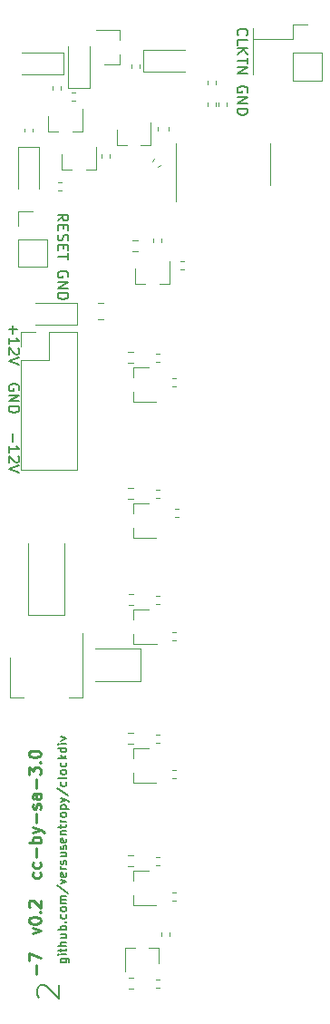
<source format=gto>
G04 #@! TF.GenerationSoftware,KiCad,Pcbnew,(5.1.7)-1*
G04 #@! TF.CreationDate,2021-01-31T04:24:23+01:00*
G04 #@! TF.ProjectId,clockdiv,636c6f63-6b64-4697-962e-6b696361645f,rev?*
G04 #@! TF.SameCoordinates,Original*
G04 #@! TF.FileFunction,Legend,Top*
G04 #@! TF.FilePolarity,Positive*
%FSLAX46Y46*%
G04 Gerber Fmt 4.6, Leading zero omitted, Abs format (unit mm)*
G04 Created by KiCad (PCBNEW (5.1.7)-1) date 2021-01-31 04:24:23*
%MOMM*%
%LPD*%
G01*
G04 APERTURE LIST*
%ADD10C,0.230000*%
%ADD11C,0.150000*%
%ADD12C,0.275000*%
%ADD13C,0.200000*%
%ADD14C,0.120000*%
G04 APERTURE END LIST*
D10*
X110000285Y-161218285D02*
X110733619Y-160956380D01*
X110000285Y-160694476D01*
X109633619Y-160065904D02*
X109633619Y-159961142D01*
X109686000Y-159856380D01*
X109738380Y-159804000D01*
X109843142Y-159751619D01*
X110052666Y-159699238D01*
X110314571Y-159699238D01*
X110524095Y-159751619D01*
X110628857Y-159804000D01*
X110681238Y-159856380D01*
X110733619Y-159961142D01*
X110733619Y-160065904D01*
X110681238Y-160170666D01*
X110628857Y-160223047D01*
X110524095Y-160275428D01*
X110314571Y-160327809D01*
X110052666Y-160327809D01*
X109843142Y-160275428D01*
X109738380Y-160223047D01*
X109686000Y-160170666D01*
X109633619Y-160065904D01*
X110628857Y-159227809D02*
X110681238Y-159175428D01*
X110733619Y-159227809D01*
X110681238Y-159280190D01*
X110628857Y-159227809D01*
X110733619Y-159227809D01*
X109738380Y-158756380D02*
X109686000Y-158704000D01*
X109633619Y-158599238D01*
X109633619Y-158337333D01*
X109686000Y-158232571D01*
X109738380Y-158180190D01*
X109843142Y-158127809D01*
X109947904Y-158127809D01*
X110105047Y-158180190D01*
X110733619Y-158808761D01*
X110733619Y-158127809D01*
X110681238Y-155508761D02*
X110733619Y-155613523D01*
X110733619Y-155823047D01*
X110681238Y-155927809D01*
X110628857Y-155980190D01*
X110524095Y-156032571D01*
X110209809Y-156032571D01*
X110105047Y-155980190D01*
X110052666Y-155927809D01*
X110000285Y-155823047D01*
X110000285Y-155613523D01*
X110052666Y-155508761D01*
X110681238Y-154565904D02*
X110733619Y-154670666D01*
X110733619Y-154880190D01*
X110681238Y-154984952D01*
X110628857Y-155037333D01*
X110524095Y-155089714D01*
X110209809Y-155089714D01*
X110105047Y-155037333D01*
X110052666Y-154984952D01*
X110000285Y-154880190D01*
X110000285Y-154670666D01*
X110052666Y-154565904D01*
X110314571Y-154094476D02*
X110314571Y-153256380D01*
X110733619Y-152732571D02*
X109633619Y-152732571D01*
X110052666Y-152732571D02*
X110000285Y-152627809D01*
X110000285Y-152418285D01*
X110052666Y-152313523D01*
X110105047Y-152261142D01*
X110209809Y-152208761D01*
X110524095Y-152208761D01*
X110628857Y-152261142D01*
X110681238Y-152313523D01*
X110733619Y-152418285D01*
X110733619Y-152627809D01*
X110681238Y-152732571D01*
X110000285Y-151842095D02*
X110733619Y-151580190D01*
X110000285Y-151318285D02*
X110733619Y-151580190D01*
X110995523Y-151684952D01*
X111047904Y-151737333D01*
X111100285Y-151842095D01*
X110314571Y-150899238D02*
X110314571Y-150061142D01*
X110681238Y-149589714D02*
X110733619Y-149484952D01*
X110733619Y-149275428D01*
X110681238Y-149170666D01*
X110576476Y-149118285D01*
X110524095Y-149118285D01*
X110419333Y-149170666D01*
X110366952Y-149275428D01*
X110366952Y-149432571D01*
X110314571Y-149537333D01*
X110209809Y-149589714D01*
X110157428Y-149589714D01*
X110052666Y-149537333D01*
X110000285Y-149432571D01*
X110000285Y-149275428D01*
X110052666Y-149170666D01*
X110733619Y-148175428D02*
X110157428Y-148175428D01*
X110052666Y-148227809D01*
X110000285Y-148332571D01*
X110000285Y-148542095D01*
X110052666Y-148646857D01*
X110681238Y-148175428D02*
X110733619Y-148280190D01*
X110733619Y-148542095D01*
X110681238Y-148646857D01*
X110576476Y-148699238D01*
X110471714Y-148699238D01*
X110366952Y-148646857D01*
X110314571Y-148542095D01*
X110314571Y-148280190D01*
X110262190Y-148175428D01*
X110314571Y-147651619D02*
X110314571Y-146813523D01*
X109633619Y-146394476D02*
X109633619Y-145713523D01*
X110052666Y-146080190D01*
X110052666Y-145923047D01*
X110105047Y-145818285D01*
X110157428Y-145765904D01*
X110262190Y-145713523D01*
X110524095Y-145713523D01*
X110628857Y-145765904D01*
X110681238Y-145818285D01*
X110733619Y-145923047D01*
X110733619Y-146237333D01*
X110681238Y-146342095D01*
X110628857Y-146394476D01*
X110628857Y-145242095D02*
X110681238Y-145189714D01*
X110733619Y-145242095D01*
X110681238Y-145294476D01*
X110628857Y-145242095D01*
X110733619Y-145242095D01*
X109633619Y-144508761D02*
X109633619Y-144404000D01*
X109686000Y-144299238D01*
X109738380Y-144246857D01*
X109843142Y-144194476D01*
X110052666Y-144142095D01*
X110314571Y-144142095D01*
X110524095Y-144194476D01*
X110628857Y-144246857D01*
X110681238Y-144299238D01*
X110733619Y-144404000D01*
X110733619Y-144508761D01*
X110681238Y-144613523D01*
X110628857Y-144665904D01*
X110524095Y-144718285D01*
X110314571Y-144770666D01*
X110052666Y-144770666D01*
X109843142Y-144718285D01*
X109738380Y-144665904D01*
X109686000Y-144613523D01*
X109633619Y-144508761D01*
D11*
X112604571Y-163568380D02*
X113252190Y-163568380D01*
X113328380Y-163606476D01*
X113366476Y-163644571D01*
X113404571Y-163720761D01*
X113404571Y-163835047D01*
X113366476Y-163911238D01*
X113099809Y-163568380D02*
X113137904Y-163644571D01*
X113137904Y-163796952D01*
X113099809Y-163873142D01*
X113061714Y-163911238D01*
X112985523Y-163949333D01*
X112756952Y-163949333D01*
X112680761Y-163911238D01*
X112642666Y-163873142D01*
X112604571Y-163796952D01*
X112604571Y-163644571D01*
X112642666Y-163568380D01*
X113137904Y-163187428D02*
X112604571Y-163187428D01*
X112337904Y-163187428D02*
X112376000Y-163225523D01*
X112414095Y-163187428D01*
X112376000Y-163149333D01*
X112337904Y-163187428D01*
X112414095Y-163187428D01*
X112604571Y-162920761D02*
X112604571Y-162616000D01*
X112337904Y-162806476D02*
X113023619Y-162806476D01*
X113099809Y-162768380D01*
X113137904Y-162692190D01*
X113137904Y-162616000D01*
X113137904Y-162349333D02*
X112337904Y-162349333D01*
X113137904Y-162006476D02*
X112718857Y-162006476D01*
X112642666Y-162044571D01*
X112604571Y-162120761D01*
X112604571Y-162235047D01*
X112642666Y-162311238D01*
X112680761Y-162349333D01*
X112604571Y-161282666D02*
X113137904Y-161282666D01*
X112604571Y-161625523D02*
X113023619Y-161625523D01*
X113099809Y-161587428D01*
X113137904Y-161511238D01*
X113137904Y-161396952D01*
X113099809Y-161320761D01*
X113061714Y-161282666D01*
X113137904Y-160901714D02*
X112337904Y-160901714D01*
X112642666Y-160901714D02*
X112604571Y-160825523D01*
X112604571Y-160673142D01*
X112642666Y-160596952D01*
X112680761Y-160558857D01*
X112756952Y-160520761D01*
X112985523Y-160520761D01*
X113061714Y-160558857D01*
X113099809Y-160596952D01*
X113137904Y-160673142D01*
X113137904Y-160825523D01*
X113099809Y-160901714D01*
X113061714Y-160177904D02*
X113099809Y-160139809D01*
X113137904Y-160177904D01*
X113099809Y-160216000D01*
X113061714Y-160177904D01*
X113137904Y-160177904D01*
X113099809Y-159454095D02*
X113137904Y-159530285D01*
X113137904Y-159682666D01*
X113099809Y-159758857D01*
X113061714Y-159796952D01*
X112985523Y-159835047D01*
X112756952Y-159835047D01*
X112680761Y-159796952D01*
X112642666Y-159758857D01*
X112604571Y-159682666D01*
X112604571Y-159530285D01*
X112642666Y-159454095D01*
X113137904Y-158996952D02*
X113099809Y-159073142D01*
X113061714Y-159111238D01*
X112985523Y-159149333D01*
X112756952Y-159149333D01*
X112680761Y-159111238D01*
X112642666Y-159073142D01*
X112604571Y-158996952D01*
X112604571Y-158882666D01*
X112642666Y-158806476D01*
X112680761Y-158768380D01*
X112756952Y-158730285D01*
X112985523Y-158730285D01*
X113061714Y-158768380D01*
X113099809Y-158806476D01*
X113137904Y-158882666D01*
X113137904Y-158996952D01*
X113137904Y-158387428D02*
X112604571Y-158387428D01*
X112680761Y-158387428D02*
X112642666Y-158349333D01*
X112604571Y-158273142D01*
X112604571Y-158158857D01*
X112642666Y-158082666D01*
X112718857Y-158044571D01*
X113137904Y-158044571D01*
X112718857Y-158044571D02*
X112642666Y-158006476D01*
X112604571Y-157930285D01*
X112604571Y-157816000D01*
X112642666Y-157739809D01*
X112718857Y-157701714D01*
X113137904Y-157701714D01*
X112299809Y-156749333D02*
X113328380Y-157435047D01*
X112604571Y-156558857D02*
X113137904Y-156368380D01*
X112604571Y-156177904D01*
X113099809Y-155568380D02*
X113137904Y-155644571D01*
X113137904Y-155796952D01*
X113099809Y-155873142D01*
X113023619Y-155911238D01*
X112718857Y-155911238D01*
X112642666Y-155873142D01*
X112604571Y-155796952D01*
X112604571Y-155644571D01*
X112642666Y-155568380D01*
X112718857Y-155530285D01*
X112795047Y-155530285D01*
X112871238Y-155911238D01*
X113137904Y-155187428D02*
X112604571Y-155187428D01*
X112756952Y-155187428D02*
X112680761Y-155149333D01*
X112642666Y-155111238D01*
X112604571Y-155035047D01*
X112604571Y-154958857D01*
X113099809Y-154730285D02*
X113137904Y-154654095D01*
X113137904Y-154501714D01*
X113099809Y-154425523D01*
X113023619Y-154387428D01*
X112985523Y-154387428D01*
X112909333Y-154425523D01*
X112871238Y-154501714D01*
X112871238Y-154616000D01*
X112833142Y-154692190D01*
X112756952Y-154730285D01*
X112718857Y-154730285D01*
X112642666Y-154692190D01*
X112604571Y-154616000D01*
X112604571Y-154501714D01*
X112642666Y-154425523D01*
X112604571Y-153701714D02*
X113137904Y-153701714D01*
X112604571Y-154044571D02*
X113023619Y-154044571D01*
X113099809Y-154006476D01*
X113137904Y-153930285D01*
X113137904Y-153816000D01*
X113099809Y-153739809D01*
X113061714Y-153701714D01*
X113099809Y-153358857D02*
X113137904Y-153282666D01*
X113137904Y-153130285D01*
X113099809Y-153054095D01*
X113023619Y-153016000D01*
X112985523Y-153016000D01*
X112909333Y-153054095D01*
X112871238Y-153130285D01*
X112871238Y-153244571D01*
X112833142Y-153320761D01*
X112756952Y-153358857D01*
X112718857Y-153358857D01*
X112642666Y-153320761D01*
X112604571Y-153244571D01*
X112604571Y-153130285D01*
X112642666Y-153054095D01*
X113099809Y-152368380D02*
X113137904Y-152444571D01*
X113137904Y-152596952D01*
X113099809Y-152673142D01*
X113023619Y-152711238D01*
X112718857Y-152711238D01*
X112642666Y-152673142D01*
X112604571Y-152596952D01*
X112604571Y-152444571D01*
X112642666Y-152368380D01*
X112718857Y-152330285D01*
X112795047Y-152330285D01*
X112871238Y-152711238D01*
X112604571Y-151987428D02*
X113137904Y-151987428D01*
X112680761Y-151987428D02*
X112642666Y-151949333D01*
X112604571Y-151873142D01*
X112604571Y-151758857D01*
X112642666Y-151682666D01*
X112718857Y-151644571D01*
X113137904Y-151644571D01*
X112604571Y-151377904D02*
X112604571Y-151073142D01*
X112337904Y-151263619D02*
X113023619Y-151263619D01*
X113099809Y-151225523D01*
X113137904Y-151149333D01*
X113137904Y-151073142D01*
X113137904Y-150806476D02*
X112604571Y-150806476D01*
X112756952Y-150806476D02*
X112680761Y-150768380D01*
X112642666Y-150730285D01*
X112604571Y-150654095D01*
X112604571Y-150577904D01*
X113137904Y-150196952D02*
X113099809Y-150273142D01*
X113061714Y-150311238D01*
X112985523Y-150349333D01*
X112756952Y-150349333D01*
X112680761Y-150311238D01*
X112642666Y-150273142D01*
X112604571Y-150196952D01*
X112604571Y-150082666D01*
X112642666Y-150006476D01*
X112680761Y-149968380D01*
X112756952Y-149930285D01*
X112985523Y-149930285D01*
X113061714Y-149968380D01*
X113099809Y-150006476D01*
X113137904Y-150082666D01*
X113137904Y-150196952D01*
X112604571Y-149587428D02*
X113404571Y-149587428D01*
X112642666Y-149587428D02*
X112604571Y-149511238D01*
X112604571Y-149358857D01*
X112642666Y-149282666D01*
X112680761Y-149244571D01*
X112756952Y-149206476D01*
X112985523Y-149206476D01*
X113061714Y-149244571D01*
X113099809Y-149282666D01*
X113137904Y-149358857D01*
X113137904Y-149511238D01*
X113099809Y-149587428D01*
X112604571Y-148939809D02*
X113137904Y-148749333D01*
X112604571Y-148558857D02*
X113137904Y-148749333D01*
X113328380Y-148825523D01*
X113366476Y-148863619D01*
X113404571Y-148939809D01*
X112299809Y-147682666D02*
X113328380Y-148368380D01*
X113099809Y-147073142D02*
X113137904Y-147149333D01*
X113137904Y-147301714D01*
X113099809Y-147377904D01*
X113061714Y-147416000D01*
X112985523Y-147454095D01*
X112756952Y-147454095D01*
X112680761Y-147416000D01*
X112642666Y-147377904D01*
X112604571Y-147301714D01*
X112604571Y-147149333D01*
X112642666Y-147073142D01*
X113137904Y-146616000D02*
X113099809Y-146692190D01*
X113023619Y-146730285D01*
X112337904Y-146730285D01*
X113137904Y-146196952D02*
X113099809Y-146273142D01*
X113061714Y-146311238D01*
X112985523Y-146349333D01*
X112756952Y-146349333D01*
X112680761Y-146311238D01*
X112642666Y-146273142D01*
X112604571Y-146196952D01*
X112604571Y-146082666D01*
X112642666Y-146006476D01*
X112680761Y-145968380D01*
X112756952Y-145930285D01*
X112985523Y-145930285D01*
X113061714Y-145968380D01*
X113099809Y-146006476D01*
X113137904Y-146082666D01*
X113137904Y-146196952D01*
X113099809Y-145244571D02*
X113137904Y-145320761D01*
X113137904Y-145473142D01*
X113099809Y-145549333D01*
X113061714Y-145587428D01*
X112985523Y-145625523D01*
X112756952Y-145625523D01*
X112680761Y-145587428D01*
X112642666Y-145549333D01*
X112604571Y-145473142D01*
X112604571Y-145320761D01*
X112642666Y-145244571D01*
X113137904Y-144901714D02*
X112337904Y-144901714D01*
X112833142Y-144825523D02*
X113137904Y-144596952D01*
X112604571Y-144596952D02*
X112909333Y-144901714D01*
X113137904Y-143911238D02*
X112337904Y-143911238D01*
X113099809Y-143911238D02*
X113137904Y-143987428D01*
X113137904Y-144139809D01*
X113099809Y-144216000D01*
X113061714Y-144254095D01*
X112985523Y-144292190D01*
X112756952Y-144292190D01*
X112680761Y-144254095D01*
X112642666Y-144216000D01*
X112604571Y-144139809D01*
X112604571Y-143987428D01*
X112642666Y-143911238D01*
X113137904Y-143530285D02*
X112604571Y-143530285D01*
X112337904Y-143530285D02*
X112376000Y-143568380D01*
X112414095Y-143530285D01*
X112376000Y-143492190D01*
X112337904Y-143530285D01*
X112414095Y-143530285D01*
X112604571Y-143225523D02*
X113137904Y-143035047D01*
X112604571Y-142844571D01*
D12*
X110314571Y-165026857D02*
X110314571Y-164188761D01*
X109633619Y-163769714D02*
X109633619Y-163036380D01*
X110733619Y-163507809D01*
D13*
X110601238Y-167195428D02*
X110506000Y-167100190D01*
X110410761Y-166909714D01*
X110410761Y-166433523D01*
X110506000Y-166243047D01*
X110601238Y-166147809D01*
X110791714Y-166052571D01*
X110982190Y-166052571D01*
X111267904Y-166147809D01*
X112410761Y-167290666D01*
X112410761Y-166052571D01*
D14*
X130556000Y-76708000D02*
X130556000Y-81026000D01*
X130556000Y-77724000D02*
X130556000Y-76708000D01*
X134306000Y-77724000D02*
X130556000Y-77724000D01*
D11*
X129182857Y-77367238D02*
X129135238Y-77319619D01*
X129087619Y-77176761D01*
X129087619Y-77081523D01*
X129135238Y-76938666D01*
X129230476Y-76843428D01*
X129325714Y-76795809D01*
X129516190Y-76748190D01*
X129659047Y-76748190D01*
X129849523Y-76795809D01*
X129944761Y-76843428D01*
X130040000Y-76938666D01*
X130087619Y-77081523D01*
X130087619Y-77176761D01*
X130040000Y-77319619D01*
X129992380Y-77367238D01*
X129087619Y-78272000D02*
X129087619Y-77795809D01*
X130087619Y-77795809D01*
X129087619Y-78605333D02*
X130087619Y-78605333D01*
X129087619Y-79176761D02*
X129659047Y-78748190D01*
X130087619Y-79176761D02*
X129516190Y-78605333D01*
X130087619Y-79462476D02*
X130087619Y-80033904D01*
X129087619Y-79748190D02*
X130087619Y-79748190D01*
X129087619Y-80367238D02*
X130087619Y-80367238D01*
X129087619Y-80938666D01*
X130087619Y-80938666D01*
X130040000Y-82700571D02*
X130087619Y-82605333D01*
X130087619Y-82462476D01*
X130040000Y-82319619D01*
X129944761Y-82224380D01*
X129849523Y-82176761D01*
X129659047Y-82129142D01*
X129516190Y-82129142D01*
X129325714Y-82176761D01*
X129230476Y-82224380D01*
X129135238Y-82319619D01*
X129087619Y-82462476D01*
X129087619Y-82557714D01*
X129135238Y-82700571D01*
X129182857Y-82748190D01*
X129516190Y-82748190D01*
X129516190Y-82557714D01*
X129087619Y-83176761D02*
X130087619Y-83176761D01*
X129087619Y-83748190D01*
X130087619Y-83748190D01*
X129087619Y-84224380D02*
X130087619Y-84224380D01*
X130087619Y-84462476D01*
X130040000Y-84605333D01*
X129944761Y-84700571D01*
X129849523Y-84748190D01*
X129659047Y-84795809D01*
X129516190Y-84795809D01*
X129325714Y-84748190D01*
X129230476Y-84700571D01*
X129135238Y-84605333D01*
X129087619Y-84462476D01*
X129087619Y-84224380D01*
X112323619Y-94686857D02*
X112799809Y-94353523D01*
X112323619Y-94115428D02*
X113323619Y-94115428D01*
X113323619Y-94496380D01*
X113276000Y-94591619D01*
X113228380Y-94639238D01*
X113133142Y-94686857D01*
X112990285Y-94686857D01*
X112895047Y-94639238D01*
X112847428Y-94591619D01*
X112799809Y-94496380D01*
X112799809Y-94115428D01*
X112847428Y-95115428D02*
X112847428Y-95448761D01*
X112323619Y-95591619D02*
X112323619Y-95115428D01*
X113323619Y-95115428D01*
X113323619Y-95591619D01*
X112371238Y-95972571D02*
X112323619Y-96115428D01*
X112323619Y-96353523D01*
X112371238Y-96448761D01*
X112418857Y-96496380D01*
X112514095Y-96544000D01*
X112609333Y-96544000D01*
X112704571Y-96496380D01*
X112752190Y-96448761D01*
X112799809Y-96353523D01*
X112847428Y-96163047D01*
X112895047Y-96067809D01*
X112942666Y-96020190D01*
X113037904Y-95972571D01*
X113133142Y-95972571D01*
X113228380Y-96020190D01*
X113276000Y-96067809D01*
X113323619Y-96163047D01*
X113323619Y-96401142D01*
X113276000Y-96544000D01*
X112847428Y-96972571D02*
X112847428Y-97305904D01*
X112323619Y-97448761D02*
X112323619Y-96972571D01*
X113323619Y-96972571D01*
X113323619Y-97448761D01*
X113323619Y-97734476D02*
X113323619Y-98305904D01*
X112323619Y-98020190D02*
X113323619Y-98020190D01*
X113276000Y-99924952D02*
X113323619Y-99829714D01*
X113323619Y-99686857D01*
X113276000Y-99544000D01*
X113180761Y-99448761D01*
X113085523Y-99401142D01*
X112895047Y-99353523D01*
X112752190Y-99353523D01*
X112561714Y-99401142D01*
X112466476Y-99448761D01*
X112371238Y-99544000D01*
X112323619Y-99686857D01*
X112323619Y-99782095D01*
X112371238Y-99924952D01*
X112418857Y-99972571D01*
X112752190Y-99972571D01*
X112752190Y-99782095D01*
X112323619Y-100401142D02*
X113323619Y-100401142D01*
X112323619Y-100972571D01*
X113323619Y-100972571D01*
X112323619Y-101448761D02*
X113323619Y-101448761D01*
X113323619Y-101686857D01*
X113276000Y-101829714D01*
X113180761Y-101924952D01*
X113085523Y-101972571D01*
X112895047Y-102020190D01*
X112752190Y-102020190D01*
X112561714Y-101972571D01*
X112466476Y-101924952D01*
X112371238Y-101829714D01*
X112323619Y-101686857D01*
X112323619Y-101448761D01*
X108132571Y-104442476D02*
X108132571Y-105204380D01*
X107751619Y-104823428D02*
X108513523Y-104823428D01*
X107751619Y-106204380D02*
X107751619Y-105632952D01*
X107751619Y-105918666D02*
X108751619Y-105918666D01*
X108608761Y-105823428D01*
X108513523Y-105728190D01*
X108465904Y-105632952D01*
X108656380Y-106585333D02*
X108704000Y-106632952D01*
X108751619Y-106728190D01*
X108751619Y-106966285D01*
X108704000Y-107061523D01*
X108656380Y-107109142D01*
X108561142Y-107156761D01*
X108465904Y-107156761D01*
X108323047Y-107109142D01*
X107751619Y-106537714D01*
X107751619Y-107156761D01*
X108751619Y-107442476D02*
X107751619Y-107775809D01*
X108751619Y-108109142D01*
X108704000Y-110490095D02*
X108751619Y-110394857D01*
X108751619Y-110252000D01*
X108704000Y-110109142D01*
X108608761Y-110013904D01*
X108513523Y-109966285D01*
X108323047Y-109918666D01*
X108180190Y-109918666D01*
X107989714Y-109966285D01*
X107894476Y-110013904D01*
X107799238Y-110109142D01*
X107751619Y-110252000D01*
X107751619Y-110347238D01*
X107799238Y-110490095D01*
X107846857Y-110537714D01*
X108180190Y-110537714D01*
X108180190Y-110347238D01*
X107751619Y-110966285D02*
X108751619Y-110966285D01*
X107751619Y-111537714D01*
X108751619Y-111537714D01*
X107751619Y-112013904D02*
X108751619Y-112013904D01*
X108751619Y-112252000D01*
X108704000Y-112394857D01*
X108608761Y-112490095D01*
X108513523Y-112537714D01*
X108323047Y-112585333D01*
X108180190Y-112585333D01*
X107989714Y-112537714D01*
X107894476Y-112490095D01*
X107799238Y-112394857D01*
X107751619Y-112252000D01*
X107751619Y-112013904D01*
X108132571Y-114537714D02*
X108132571Y-115299619D01*
X107751619Y-116299619D02*
X107751619Y-115728190D01*
X107751619Y-116013904D02*
X108751619Y-116013904D01*
X108608761Y-115918666D01*
X108513523Y-115823428D01*
X108465904Y-115728190D01*
X108656380Y-116680571D02*
X108704000Y-116728190D01*
X108751619Y-116823428D01*
X108751619Y-117061523D01*
X108704000Y-117156761D01*
X108656380Y-117204380D01*
X108561142Y-117252000D01*
X108465904Y-117252000D01*
X108323047Y-117204380D01*
X107751619Y-116632952D01*
X107751619Y-117252000D01*
X108751619Y-117537714D02*
X107751619Y-117871047D01*
X108751619Y-118204380D01*
D14*
G04 #@! TO.C,R22*
X123343641Y-133097000D02*
X123036359Y-133097000D01*
X123343641Y-133857000D02*
X123036359Y-133857000D01*
G04 #@! TO.C,R31*
X119426258Y-165339500D02*
X118951742Y-165339500D01*
X119426258Y-166384500D02*
X118951742Y-166384500D01*
G04 #@! TO.C,R30*
X119363258Y-153909500D02*
X118888742Y-153909500D01*
X119363258Y-154954500D02*
X118888742Y-154954500D01*
G04 #@! TO.C,R27*
X119363258Y-142479500D02*
X118888742Y-142479500D01*
X119363258Y-143524500D02*
X118888742Y-143524500D01*
G04 #@! TO.C,R24*
X119426258Y-129525500D02*
X118951742Y-129525500D01*
X119426258Y-130570500D02*
X118951742Y-130570500D01*
G04 #@! TO.C,R21*
X119363258Y-106919500D02*
X118888742Y-106919500D01*
X119363258Y-107964500D02*
X118888742Y-107964500D01*
G04 #@! TO.C,R18*
X119363258Y-119619500D02*
X118888742Y-119619500D01*
X119363258Y-120664500D02*
X118888742Y-120664500D01*
G04 #@! TO.C,R15*
X119808258Y-96505500D02*
X119333742Y-96505500D01*
X119808258Y-97550500D02*
X119333742Y-97550500D01*
G04 #@! TO.C,R8*
X121895965Y-89461436D02*
X121678684Y-89678717D01*
X121358564Y-88924035D02*
X121141283Y-89141316D01*
G04 #@! TO.C,J10*
X134306000Y-81594000D02*
X136966000Y-81594000D01*
X134306000Y-78994000D02*
X134306000Y-81594000D01*
X136966000Y-78994000D02*
X136966000Y-81594000D01*
X134306000Y-78994000D02*
X136966000Y-78994000D01*
X134306000Y-77724000D02*
X134306000Y-76394000D01*
X134306000Y-76394000D02*
X135636000Y-76394000D01*
G04 #@! TO.C,J3*
X108652000Y-98993000D02*
X111312000Y-98993000D01*
X108652000Y-96393000D02*
X108652000Y-98993000D01*
X111312000Y-96393000D02*
X111312000Y-98993000D01*
X108652000Y-96393000D02*
X111312000Y-96393000D01*
X108652000Y-95123000D02*
X108652000Y-93793000D01*
X108652000Y-93793000D02*
X109982000Y-93793000D01*
G04 #@! TO.C,U2*
X107842000Y-139222000D02*
X109102000Y-139222000D01*
X114662000Y-139222000D02*
X113402000Y-139222000D01*
X107842000Y-135462000D02*
X107842000Y-139222000D01*
X114662000Y-133212000D02*
X114662000Y-139222000D01*
G04 #@! TO.C,C6*
X115852000Y-137654000D02*
X120062000Y-137654000D01*
X120062000Y-137654000D02*
X120062000Y-134634000D01*
X120062000Y-134634000D02*
X115852000Y-134634000D01*
G04 #@! TO.C,C5*
X109542000Y-124762000D02*
X109542000Y-131522000D01*
X109542000Y-131522000D02*
X112962000Y-131522000D01*
X112962000Y-131522000D02*
X112962000Y-124762000D01*
G04 #@! TO.C,R12*
X121512359Y-165482000D02*
X121819641Y-165482000D01*
X121512359Y-166242000D02*
X121819641Y-166242000D01*
G04 #@! TO.C,R10*
X122808000Y-161136359D02*
X122808000Y-161443641D01*
X122048000Y-161136359D02*
X122048000Y-161443641D01*
G04 #@! TO.C,Q5*
X121788000Y-162562000D02*
X120858000Y-162562000D01*
X118628000Y-162562000D02*
X119558000Y-162562000D01*
X118628000Y-162562000D02*
X118628000Y-164722000D01*
X121788000Y-162562000D02*
X121788000Y-164022000D01*
G04 #@! TO.C,U1*
X132197000Y-89408000D02*
X132197000Y-87458000D01*
X132197000Y-89408000D02*
X132197000Y-91358000D01*
X123327000Y-89408000D02*
X123327000Y-87458000D01*
X123327000Y-89408000D02*
X123327000Y-92858000D01*
G04 #@! TO.C,R11*
X112368359Y-91060000D02*
X112675641Y-91060000D01*
X112368359Y-91820000D02*
X112675641Y-91820000D01*
G04 #@! TO.C,J11*
X108906000Y-117916000D02*
X114106000Y-117916000D01*
X108906000Y-107696000D02*
X108906000Y-117916000D01*
X114106000Y-105096000D02*
X114106000Y-117916000D01*
X108906000Y-107696000D02*
X111506000Y-107696000D01*
X111506000Y-107696000D02*
X111506000Y-105096000D01*
X111506000Y-105096000D02*
X114106000Y-105096000D01*
X108906000Y-106426000D02*
X108906000Y-105096000D01*
X108906000Y-105096000D02*
X110236000Y-105096000D01*
G04 #@! TO.C,D5*
X114138000Y-104378000D02*
X114138000Y-102378000D01*
X114138000Y-102378000D02*
X110238000Y-102378000D01*
X114138000Y-104378000D02*
X110238000Y-104378000D01*
G04 #@! TO.C,C4*
X116070748Y-102389000D02*
X116593252Y-102389000D01*
X116070748Y-103859000D02*
X116593252Y-103859000D01*
G04 #@! TO.C,D4*
X113300000Y-82260000D02*
X115300000Y-82260000D01*
X115300000Y-82260000D02*
X115300000Y-78360000D01*
X113300000Y-82260000D02*
X113300000Y-78360000D01*
G04 #@! TO.C,D3*
X110601000Y-87793000D02*
X108601000Y-87793000D01*
X108601000Y-87793000D02*
X108601000Y-91693000D01*
X110601000Y-87793000D02*
X110601000Y-91693000D01*
G04 #@! TO.C,D2*
X112868000Y-81010000D02*
X112868000Y-79010000D01*
X112868000Y-79010000D02*
X108968000Y-79010000D01*
X112868000Y-81010000D02*
X108968000Y-81010000D01*
G04 #@! TO.C,D1*
X120306000Y-78756000D02*
X120306000Y-80756000D01*
X120306000Y-80756000D02*
X124206000Y-80756000D01*
X120306000Y-78756000D02*
X124206000Y-78756000D01*
G04 #@! TO.C,C2*
X122684000Y-85965420D02*
X122684000Y-86246580D01*
X121664000Y-85965420D02*
X121664000Y-86246580D01*
G04 #@! TO.C,R29*
X121514359Y-154812000D02*
X121821641Y-154812000D01*
X121514359Y-154052000D02*
X121821641Y-154052000D01*
G04 #@! TO.C,R28*
X123343641Y-157354000D02*
X123036359Y-157354000D01*
X123343641Y-158114000D02*
X123036359Y-158114000D01*
G04 #@! TO.C,R26*
X121512359Y-143382000D02*
X121819641Y-143382000D01*
X121512359Y-142622000D02*
X121819641Y-142622000D01*
G04 #@! TO.C,R25*
X123345641Y-145924000D02*
X123038359Y-145924000D01*
X123345641Y-146684000D02*
X123038359Y-146684000D01*
G04 #@! TO.C,R23*
X121512359Y-130428000D02*
X121819641Y-130428000D01*
X121512359Y-129668000D02*
X121819641Y-129668000D01*
G04 #@! TO.C,R20*
X121512359Y-107822000D02*
X121819641Y-107822000D01*
X121512359Y-107062000D02*
X121819641Y-107062000D01*
G04 #@! TO.C,R19*
X123343641Y-110108000D02*
X123036359Y-110108000D01*
X123343641Y-109348000D02*
X123036359Y-109348000D01*
G04 #@! TO.C,R17*
X121512359Y-120522000D02*
X121819641Y-120522000D01*
X121512359Y-119762000D02*
X121819641Y-119762000D01*
G04 #@! TO.C,R16*
X123597641Y-121540000D02*
X123290359Y-121540000D01*
X123597641Y-122300000D02*
X123290359Y-122300000D01*
G04 #@! TO.C,R14*
X122046000Y-96673641D02*
X122046000Y-96366359D01*
X121286000Y-96673641D02*
X121286000Y-96366359D01*
G04 #@! TO.C,R13*
X124105641Y-98426000D02*
X123798359Y-98426000D01*
X124105641Y-99186000D02*
X123798359Y-99186000D01*
G04 #@! TO.C,R9*
X117220000Y-88799641D02*
X117220000Y-88492359D01*
X116460000Y-88799641D02*
X116460000Y-88492359D01*
G04 #@! TO.C,R7*
X113945641Y-82678000D02*
X113638359Y-82678000D01*
X113945641Y-83438000D02*
X113638359Y-83438000D01*
G04 #@! TO.C,R6*
X109981000Y-86386641D02*
X109981000Y-86079359D01*
X109221000Y-86386641D02*
X109221000Y-86079359D01*
G04 #@! TO.C,R5*
X111888000Y-82142359D02*
X111888000Y-82449641D01*
X112648000Y-82142359D02*
X112648000Y-82449641D01*
G04 #@! TO.C,R4*
X119254000Y-80110359D02*
X119254000Y-80417641D01*
X120014000Y-80110359D02*
X120014000Y-80417641D01*
G04 #@! TO.C,R3*
X127126000Y-83973641D02*
X127126000Y-83666359D01*
X126366000Y-83973641D02*
X126366000Y-83666359D01*
G04 #@! TO.C,R2*
X126366000Y-81634359D02*
X126366000Y-81941641D01*
X127126000Y-81634359D02*
X127126000Y-81941641D01*
G04 #@! TO.C,R1*
X127382000Y-83666359D02*
X127382000Y-83973641D01*
X128142000Y-83666359D02*
X128142000Y-83973641D01*
G04 #@! TO.C,Q11*
X119382000Y-155392000D02*
X120842000Y-155392000D01*
X119382000Y-158552000D02*
X121542000Y-158552000D01*
X119382000Y-158552000D02*
X119382000Y-157622000D01*
X119382000Y-155392000D02*
X119382000Y-156322000D01*
G04 #@! TO.C,Q10*
X119382000Y-143962000D02*
X120842000Y-143962000D01*
X119382000Y-147122000D02*
X121542000Y-147122000D01*
X119382000Y-147122000D02*
X119382000Y-146192000D01*
X119382000Y-143962000D02*
X119382000Y-144892000D01*
G04 #@! TO.C,Q9*
X119398000Y-131008000D02*
X120858000Y-131008000D01*
X119398000Y-134168000D02*
X121558000Y-134168000D01*
X119398000Y-134168000D02*
X119398000Y-133238000D01*
X119398000Y-131008000D02*
X119398000Y-131938000D01*
G04 #@! TO.C,Q8*
X119382000Y-108402000D02*
X120842000Y-108402000D01*
X119382000Y-111562000D02*
X121542000Y-111562000D01*
X119382000Y-111562000D02*
X119382000Y-110632000D01*
X119382000Y-108402000D02*
X119382000Y-109332000D01*
G04 #@! TO.C,Q7*
X119382000Y-121102000D02*
X120842000Y-121102000D01*
X119382000Y-124262000D02*
X121542000Y-124262000D01*
X119382000Y-124262000D02*
X119382000Y-123332000D01*
X119382000Y-121102000D02*
X119382000Y-122032000D01*
G04 #@! TO.C,Q6*
X119578000Y-100582000D02*
X119578000Y-99122000D01*
X122738000Y-100582000D02*
X122738000Y-98422000D01*
X122738000Y-100582000D02*
X121808000Y-100582000D01*
X119578000Y-100582000D02*
X120508000Y-100582000D01*
G04 #@! TO.C,Q4*
X112720000Y-89914000D02*
X112720000Y-88454000D01*
X115880000Y-89914000D02*
X115880000Y-87754000D01*
X115880000Y-89914000D02*
X114950000Y-89914000D01*
X112720000Y-89914000D02*
X113650000Y-89914000D01*
G04 #@! TO.C,Q3*
X111450000Y-86358000D02*
X111450000Y-84898000D01*
X114610000Y-86358000D02*
X114610000Y-84198000D01*
X114610000Y-86358000D02*
X113680000Y-86358000D01*
X111450000Y-86358000D02*
X112380000Y-86358000D01*
G04 #@! TO.C,Q2*
X117866000Y-87628000D02*
X117866000Y-86168000D01*
X121026000Y-87628000D02*
X121026000Y-85468000D01*
X121026000Y-87628000D02*
X120096000Y-87628000D01*
X117866000Y-87628000D02*
X118796000Y-87628000D01*
G04 #@! TO.C,Q1*
X118108000Y-80066000D02*
X116648000Y-80066000D01*
X118108000Y-76906000D02*
X115948000Y-76906000D01*
X118108000Y-76906000D02*
X118108000Y-77836000D01*
X118108000Y-80066000D02*
X118108000Y-79136000D01*
G04 #@! TD*
M02*

</source>
